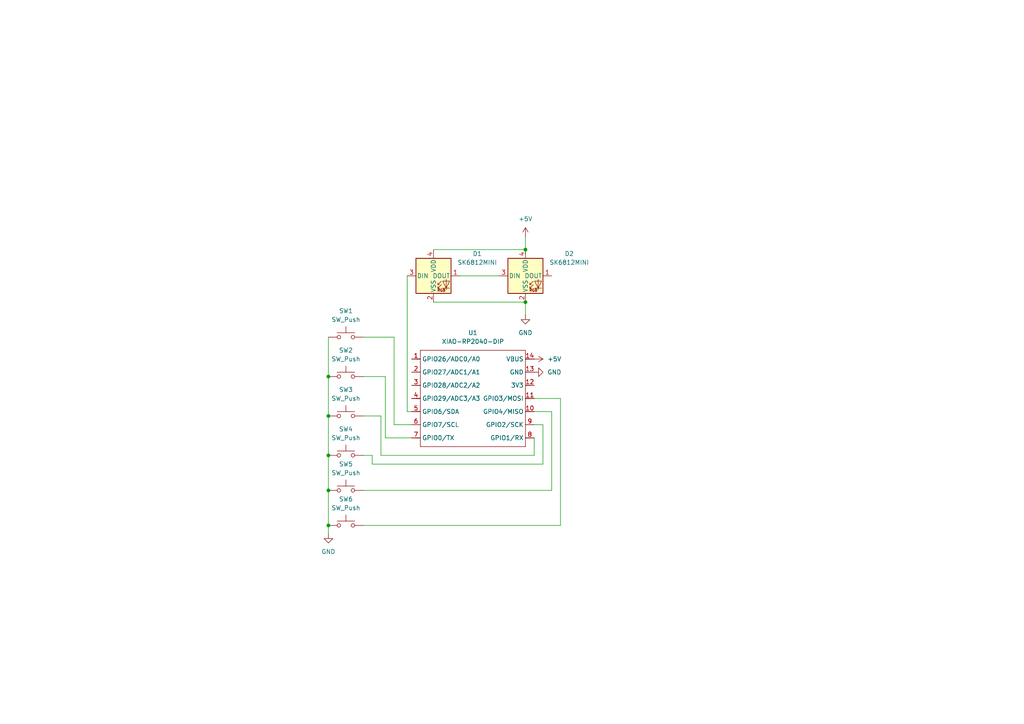
<source format=kicad_sch>
(kicad_sch
	(version 20250114)
	(generator "eeschema")
	(generator_version "9.0")
	(uuid "284df1af-e86e-4764-8164-4e72f1bbd2fb")
	(paper "A4")
	(lib_symbols
		(symbol "LED:SK6812MINI"
			(pin_names
				(offset 0.254)
			)
			(exclude_from_sim no)
			(in_bom yes)
			(on_board yes)
			(property "Reference" "D"
				(at 5.08 5.715 0)
				(effects
					(font
						(size 1.27 1.27)
					)
					(justify right bottom)
				)
			)
			(property "Value" "SK6812MINI"
				(at 1.27 -5.715 0)
				(effects
					(font
						(size 1.27 1.27)
					)
					(justify left top)
				)
			)
			(property "Footprint" "LED_SMD:LED_SK6812MINI_PLCC4_3.5x3.5mm_P1.75mm"
				(at 1.27 -7.62 0)
				(effects
					(font
						(size 1.27 1.27)
					)
					(justify left top)
					(hide yes)
				)
			)
			(property "Datasheet" "https://cdn-shop.adafruit.com/product-files/2686/SK6812MINI_REV.01-1-2.pdf"
				(at 2.54 -9.525 0)
				(effects
					(font
						(size 1.27 1.27)
					)
					(justify left top)
					(hide yes)
				)
			)
			(property "Description" "RGB LED with integrated controller"
				(at 0 0 0)
				(effects
					(font
						(size 1.27 1.27)
					)
					(hide yes)
				)
			)
			(property "ki_keywords" "RGB LED NeoPixel Mini addressable"
				(at 0 0 0)
				(effects
					(font
						(size 1.27 1.27)
					)
					(hide yes)
				)
			)
			(property "ki_fp_filters" "LED*SK6812MINI*PLCC*3.5x3.5mm*P1.75mm*"
				(at 0 0 0)
				(effects
					(font
						(size 1.27 1.27)
					)
					(hide yes)
				)
			)
			(symbol "SK6812MINI_0_0"
				(text "RGB"
					(at 2.286 -4.191 0)
					(effects
						(font
							(size 0.762 0.762)
						)
					)
				)
			)
			(symbol "SK6812MINI_0_1"
				(polyline
					(pts
						(xy 1.27 -2.54) (xy 1.778 -2.54)
					)
					(stroke
						(width 0)
						(type default)
					)
					(fill
						(type none)
					)
				)
				(polyline
					(pts
						(xy 1.27 -3.556) (xy 1.778 -3.556)
					)
					(stroke
						(width 0)
						(type default)
					)
					(fill
						(type none)
					)
				)
				(polyline
					(pts
						(xy 2.286 -1.524) (xy 1.27 -2.54) (xy 1.27 -2.032)
					)
					(stroke
						(width 0)
						(type default)
					)
					(fill
						(type none)
					)
				)
				(polyline
					(pts
						(xy 2.286 -2.54) (xy 1.27 -3.556) (xy 1.27 -3.048)
					)
					(stroke
						(width 0)
						(type default)
					)
					(fill
						(type none)
					)
				)
				(polyline
					(pts
						(xy 3.683 -1.016) (xy 3.683 -3.556) (xy 3.683 -4.064)
					)
					(stroke
						(width 0)
						(type default)
					)
					(fill
						(type none)
					)
				)
				(polyline
					(pts
						(xy 4.699 -1.524) (xy 2.667 -1.524) (xy 3.683 -3.556) (xy 4.699 -1.524)
					)
					(stroke
						(width 0)
						(type default)
					)
					(fill
						(type none)
					)
				)
				(polyline
					(pts
						(xy 4.699 -3.556) (xy 2.667 -3.556)
					)
					(stroke
						(width 0)
						(type default)
					)
					(fill
						(type none)
					)
				)
				(rectangle
					(start 5.08 5.08)
					(end -5.08 -5.08)
					(stroke
						(width 0.254)
						(type default)
					)
					(fill
						(type background)
					)
				)
			)
			(symbol "SK6812MINI_1_1"
				(pin input line
					(at -7.62 0 0)
					(length 2.54)
					(name "DIN"
						(effects
							(font
								(size 1.27 1.27)
							)
						)
					)
					(number "3"
						(effects
							(font
								(size 1.27 1.27)
							)
						)
					)
				)
				(pin power_in line
					(at 0 7.62 270)
					(length 2.54)
					(name "VDD"
						(effects
							(font
								(size 1.27 1.27)
							)
						)
					)
					(number "4"
						(effects
							(font
								(size 1.27 1.27)
							)
						)
					)
				)
				(pin power_in line
					(at 0 -7.62 90)
					(length 2.54)
					(name "VSS"
						(effects
							(font
								(size 1.27 1.27)
							)
						)
					)
					(number "2"
						(effects
							(font
								(size 1.27 1.27)
							)
						)
					)
				)
				(pin output line
					(at 7.62 0 180)
					(length 2.54)
					(name "DOUT"
						(effects
							(font
								(size 1.27 1.27)
							)
						)
					)
					(number "1"
						(effects
							(font
								(size 1.27 1.27)
							)
						)
					)
				)
			)
			(embedded_fonts no)
		)
		(symbol "OPL:XIAO-RP2040-DIP"
			(exclude_from_sim no)
			(in_bom yes)
			(on_board yes)
			(property "Reference" "U"
				(at 0 0 0)
				(effects
					(font
						(size 1.27 1.27)
					)
				)
			)
			(property "Value" "XIAO-RP2040-DIP"
				(at 5.334 -1.778 0)
				(effects
					(font
						(size 1.27 1.27)
					)
				)
			)
			(property "Footprint" "Module:MOUDLE14P-XIAO-DIP-SMD"
				(at 14.478 -32.258 0)
				(effects
					(font
						(size 1.27 1.27)
					)
					(hide yes)
				)
			)
			(property "Datasheet" ""
				(at 0 0 0)
				(effects
					(font
						(size 1.27 1.27)
					)
					(hide yes)
				)
			)
			(property "Description" ""
				(at 0 0 0)
				(effects
					(font
						(size 1.27 1.27)
					)
					(hide yes)
				)
			)
			(symbol "XIAO-RP2040-DIP_1_0"
				(polyline
					(pts
						(xy -1.27 -2.54) (xy 29.21 -2.54)
					)
					(stroke
						(width 0.1524)
						(type solid)
					)
					(fill
						(type none)
					)
				)
				(polyline
					(pts
						(xy -1.27 -5.08) (xy -2.54 -5.08)
					)
					(stroke
						(width 0.1524)
						(type solid)
					)
					(fill
						(type none)
					)
				)
				(polyline
					(pts
						(xy -1.27 -5.08) (xy -1.27 -2.54)
					)
					(stroke
						(width 0.1524)
						(type solid)
					)
					(fill
						(type none)
					)
				)
				(polyline
					(pts
						(xy -1.27 -8.89) (xy -2.54 -8.89)
					)
					(stroke
						(width 0.1524)
						(type solid)
					)
					(fill
						(type none)
					)
				)
				(polyline
					(pts
						(xy -1.27 -8.89) (xy -1.27 -5.08)
					)
					(stroke
						(width 0.1524)
						(type solid)
					)
					(fill
						(type none)
					)
				)
				(polyline
					(pts
						(xy -1.27 -12.7) (xy -2.54 -12.7)
					)
					(stroke
						(width 0.1524)
						(type solid)
					)
					(fill
						(type none)
					)
				)
				(polyline
					(pts
						(xy -1.27 -12.7) (xy -1.27 -8.89)
					)
					(stroke
						(width 0.1524)
						(type solid)
					)
					(fill
						(type none)
					)
				)
				(polyline
					(pts
						(xy -1.27 -16.51) (xy -2.54 -16.51)
					)
					(stroke
						(width 0.1524)
						(type solid)
					)
					(fill
						(type none)
					)
				)
				(polyline
					(pts
						(xy -1.27 -16.51) (xy -1.27 -12.7)
					)
					(stroke
						(width 0.1524)
						(type solid)
					)
					(fill
						(type none)
					)
				)
				(polyline
					(pts
						(xy -1.27 -20.32) (xy -2.54 -20.32)
					)
					(stroke
						(width 0.1524)
						(type solid)
					)
					(fill
						(type none)
					)
				)
				(polyline
					(pts
						(xy -1.27 -24.13) (xy -2.54 -24.13)
					)
					(stroke
						(width 0.1524)
						(type solid)
					)
					(fill
						(type none)
					)
				)
				(polyline
					(pts
						(xy -1.27 -27.94) (xy -2.54 -27.94)
					)
					(stroke
						(width 0.1524)
						(type solid)
					)
					(fill
						(type none)
					)
				)
				(polyline
					(pts
						(xy -1.27 -30.48) (xy -1.27 -16.51)
					)
					(stroke
						(width 0.1524)
						(type solid)
					)
					(fill
						(type none)
					)
				)
				(polyline
					(pts
						(xy 29.21 -2.54) (xy 29.21 -5.08)
					)
					(stroke
						(width 0.1524)
						(type solid)
					)
					(fill
						(type none)
					)
				)
				(polyline
					(pts
						(xy 29.21 -5.08) (xy 29.21 -8.89)
					)
					(stroke
						(width 0.1524)
						(type solid)
					)
					(fill
						(type none)
					)
				)
				(polyline
					(pts
						(xy 29.21 -8.89) (xy 29.21 -12.7)
					)
					(stroke
						(width 0.1524)
						(type solid)
					)
					(fill
						(type none)
					)
				)
				(polyline
					(pts
						(xy 29.21 -12.7) (xy 29.21 -30.48)
					)
					(stroke
						(width 0.1524)
						(type solid)
					)
					(fill
						(type none)
					)
				)
				(polyline
					(pts
						(xy 29.21 -30.48) (xy -1.27 -30.48)
					)
					(stroke
						(width 0.1524)
						(type solid)
					)
					(fill
						(type none)
					)
				)
				(polyline
					(pts
						(xy 30.48 -5.08) (xy 29.21 -5.08)
					)
					(stroke
						(width 0.1524)
						(type solid)
					)
					(fill
						(type none)
					)
				)
				(polyline
					(pts
						(xy 30.48 -8.89) (xy 29.21 -8.89)
					)
					(stroke
						(width 0.1524)
						(type solid)
					)
					(fill
						(type none)
					)
				)
				(polyline
					(pts
						(xy 30.48 -12.7) (xy 29.21 -12.7)
					)
					(stroke
						(width 0.1524)
						(type solid)
					)
					(fill
						(type none)
					)
				)
				(polyline
					(pts
						(xy 30.48 -16.51) (xy 29.21 -16.51)
					)
					(stroke
						(width 0.1524)
						(type solid)
					)
					(fill
						(type none)
					)
				)
				(polyline
					(pts
						(xy 30.48 -20.32) (xy 29.21 -20.32)
					)
					(stroke
						(width 0.1524)
						(type solid)
					)
					(fill
						(type none)
					)
				)
				(polyline
					(pts
						(xy 30.48 -24.13) (xy 29.21 -24.13)
					)
					(stroke
						(width 0.1524)
						(type solid)
					)
					(fill
						(type none)
					)
				)
				(polyline
					(pts
						(xy 30.48 -27.94) (xy 29.21 -27.94)
					)
					(stroke
						(width 0.1524)
						(type solid)
					)
					(fill
						(type none)
					)
				)
				(pin passive line
					(at -3.81 -5.08 0)
					(length 2.54)
					(name "GPIO26/ADC0/A0"
						(effects
							(font
								(size 1.27 1.27)
							)
						)
					)
					(number "1"
						(effects
							(font
								(size 1.27 1.27)
							)
						)
					)
				)
				(pin passive line
					(at -3.81 -8.89 0)
					(length 2.54)
					(name "GPIO27/ADC1/A1"
						(effects
							(font
								(size 1.27 1.27)
							)
						)
					)
					(number "2"
						(effects
							(font
								(size 1.27 1.27)
							)
						)
					)
				)
				(pin passive line
					(at -3.81 -12.7 0)
					(length 2.54)
					(name "GPIO28/ADC2/A2"
						(effects
							(font
								(size 1.27 1.27)
							)
						)
					)
					(number "3"
						(effects
							(font
								(size 1.27 1.27)
							)
						)
					)
				)
				(pin passive line
					(at -3.81 -16.51 0)
					(length 2.54)
					(name "GPIO29/ADC3/A3"
						(effects
							(font
								(size 1.27 1.27)
							)
						)
					)
					(number "4"
						(effects
							(font
								(size 1.27 1.27)
							)
						)
					)
				)
				(pin passive line
					(at -3.81 -20.32 0)
					(length 2.54)
					(name "GPIO6/SDA"
						(effects
							(font
								(size 1.27 1.27)
							)
						)
					)
					(number "5"
						(effects
							(font
								(size 1.27 1.27)
							)
						)
					)
				)
				(pin passive line
					(at -3.81 -24.13 0)
					(length 2.54)
					(name "GPIO7/SCL"
						(effects
							(font
								(size 1.27 1.27)
							)
						)
					)
					(number "6"
						(effects
							(font
								(size 1.27 1.27)
							)
						)
					)
				)
				(pin passive line
					(at -3.81 -27.94 0)
					(length 2.54)
					(name "GPIO0/TX"
						(effects
							(font
								(size 1.27 1.27)
							)
						)
					)
					(number "7"
						(effects
							(font
								(size 1.27 1.27)
							)
						)
					)
				)
				(pin passive line
					(at 31.75 -5.08 180)
					(length 2.54)
					(name "VBUS"
						(effects
							(font
								(size 1.27 1.27)
							)
						)
					)
					(number "14"
						(effects
							(font
								(size 1.27 1.27)
							)
						)
					)
				)
				(pin passive line
					(at 31.75 -8.89 180)
					(length 2.54)
					(name "GND"
						(effects
							(font
								(size 1.27 1.27)
							)
						)
					)
					(number "13"
						(effects
							(font
								(size 1.27 1.27)
							)
						)
					)
				)
				(pin passive line
					(at 31.75 -12.7 180)
					(length 2.54)
					(name "3V3"
						(effects
							(font
								(size 1.27 1.27)
							)
						)
					)
					(number "12"
						(effects
							(font
								(size 1.27 1.27)
							)
						)
					)
				)
				(pin passive line
					(at 31.75 -16.51 180)
					(length 2.54)
					(name "GPIO3/MOSI"
						(effects
							(font
								(size 1.27 1.27)
							)
						)
					)
					(number "11"
						(effects
							(font
								(size 1.27 1.27)
							)
						)
					)
				)
				(pin passive line
					(at 31.75 -20.32 180)
					(length 2.54)
					(name "GPIO4/MISO"
						(effects
							(font
								(size 1.27 1.27)
							)
						)
					)
					(number "10"
						(effects
							(font
								(size 1.27 1.27)
							)
						)
					)
				)
				(pin passive line
					(at 31.75 -24.13 180)
					(length 2.54)
					(name "GPIO2/SCK"
						(effects
							(font
								(size 1.27 1.27)
							)
						)
					)
					(number "9"
						(effects
							(font
								(size 1.27 1.27)
							)
						)
					)
				)
				(pin passive line
					(at 31.75 -27.94 180)
					(length 2.54)
					(name "GPIO1/RX"
						(effects
							(font
								(size 1.27 1.27)
							)
						)
					)
					(number "8"
						(effects
							(font
								(size 1.27 1.27)
							)
						)
					)
				)
			)
			(embedded_fonts no)
		)
		(symbol "Switch:SW_Push"
			(pin_numbers
				(hide yes)
			)
			(pin_names
				(offset 1.016)
				(hide yes)
			)
			(exclude_from_sim no)
			(in_bom yes)
			(on_board yes)
			(property "Reference" "SW"
				(at 1.27 2.54 0)
				(effects
					(font
						(size 1.27 1.27)
					)
					(justify left)
				)
			)
			(property "Value" "SW_Push"
				(at 0 -1.524 0)
				(effects
					(font
						(size 1.27 1.27)
					)
				)
			)
			(property "Footprint" ""
				(at 0 5.08 0)
				(effects
					(font
						(size 1.27 1.27)
					)
					(hide yes)
				)
			)
			(property "Datasheet" "~"
				(at 0 5.08 0)
				(effects
					(font
						(size 1.27 1.27)
					)
					(hide yes)
				)
			)
			(property "Description" "Push button switch, generic, two pins"
				(at 0 0 0)
				(effects
					(font
						(size 1.27 1.27)
					)
					(hide yes)
				)
			)
			(property "ki_keywords" "switch normally-open pushbutton push-button"
				(at 0 0 0)
				(effects
					(font
						(size 1.27 1.27)
					)
					(hide yes)
				)
			)
			(symbol "SW_Push_0_1"
				(circle
					(center -2.032 0)
					(radius 0.508)
					(stroke
						(width 0)
						(type default)
					)
					(fill
						(type none)
					)
				)
				(polyline
					(pts
						(xy 0 1.27) (xy 0 3.048)
					)
					(stroke
						(width 0)
						(type default)
					)
					(fill
						(type none)
					)
				)
				(circle
					(center 2.032 0)
					(radius 0.508)
					(stroke
						(width 0)
						(type default)
					)
					(fill
						(type none)
					)
				)
				(polyline
					(pts
						(xy 2.54 1.27) (xy -2.54 1.27)
					)
					(stroke
						(width 0)
						(type default)
					)
					(fill
						(type none)
					)
				)
				(pin passive line
					(at -5.08 0 0)
					(length 2.54)
					(name "1"
						(effects
							(font
								(size 1.27 1.27)
							)
						)
					)
					(number "1"
						(effects
							(font
								(size 1.27 1.27)
							)
						)
					)
				)
				(pin passive line
					(at 5.08 0 180)
					(length 2.54)
					(name "2"
						(effects
							(font
								(size 1.27 1.27)
							)
						)
					)
					(number "2"
						(effects
							(font
								(size 1.27 1.27)
							)
						)
					)
				)
			)
			(embedded_fonts no)
		)
		(symbol "power:+5V"
			(power)
			(pin_numbers
				(hide yes)
			)
			(pin_names
				(offset 0)
				(hide yes)
			)
			(exclude_from_sim no)
			(in_bom yes)
			(on_board yes)
			(property "Reference" "#PWR"
				(at 0 -3.81 0)
				(effects
					(font
						(size 1.27 1.27)
					)
					(hide yes)
				)
			)
			(property "Value" "+5V"
				(at 0 3.556 0)
				(effects
					(font
						(size 1.27 1.27)
					)
				)
			)
			(property "Footprint" ""
				(at 0 0 0)
				(effects
					(font
						(size 1.27 1.27)
					)
					(hide yes)
				)
			)
			(property "Datasheet" ""
				(at 0 0 0)
				(effects
					(font
						(size 1.27 1.27)
					)
					(hide yes)
				)
			)
			(property "Description" "Power symbol creates a global label with name \"+5V\""
				(at 0 0 0)
				(effects
					(font
						(size 1.27 1.27)
					)
					(hide yes)
				)
			)
			(property "ki_keywords" "global power"
				(at 0 0 0)
				(effects
					(font
						(size 1.27 1.27)
					)
					(hide yes)
				)
			)
			(symbol "+5V_0_1"
				(polyline
					(pts
						(xy -0.762 1.27) (xy 0 2.54)
					)
					(stroke
						(width 0)
						(type default)
					)
					(fill
						(type none)
					)
				)
				(polyline
					(pts
						(xy 0 2.54) (xy 0.762 1.27)
					)
					(stroke
						(width 0)
						(type default)
					)
					(fill
						(type none)
					)
				)
				(polyline
					(pts
						(xy 0 0) (xy 0 2.54)
					)
					(stroke
						(width 0)
						(type default)
					)
					(fill
						(type none)
					)
				)
			)
			(symbol "+5V_1_1"
				(pin power_in line
					(at 0 0 90)
					(length 0)
					(name "~"
						(effects
							(font
								(size 1.27 1.27)
							)
						)
					)
					(number "1"
						(effects
							(font
								(size 1.27 1.27)
							)
						)
					)
				)
			)
			(embedded_fonts no)
		)
		(symbol "power:GND"
			(power)
			(pin_numbers
				(hide yes)
			)
			(pin_names
				(offset 0)
				(hide yes)
			)
			(exclude_from_sim no)
			(in_bom yes)
			(on_board yes)
			(property "Reference" "#PWR"
				(at 0 -6.35 0)
				(effects
					(font
						(size 1.27 1.27)
					)
					(hide yes)
				)
			)
			(property "Value" "GND"
				(at 0 -3.81 0)
				(effects
					(font
						(size 1.27 1.27)
					)
				)
			)
			(property "Footprint" ""
				(at 0 0 0)
				(effects
					(font
						(size 1.27 1.27)
					)
					(hide yes)
				)
			)
			(property "Datasheet" ""
				(at 0 0 0)
				(effects
					(font
						(size 1.27 1.27)
					)
					(hide yes)
				)
			)
			(property "Description" "Power symbol creates a global label with name \"GND\" , ground"
				(at 0 0 0)
				(effects
					(font
						(size 1.27 1.27)
					)
					(hide yes)
				)
			)
			(property "ki_keywords" "global power"
				(at 0 0 0)
				(effects
					(font
						(size 1.27 1.27)
					)
					(hide yes)
				)
			)
			(symbol "GND_0_1"
				(polyline
					(pts
						(xy 0 0) (xy 0 -1.27) (xy 1.27 -1.27) (xy 0 -2.54) (xy -1.27 -1.27) (xy 0 -1.27)
					)
					(stroke
						(width 0)
						(type default)
					)
					(fill
						(type none)
					)
				)
			)
			(symbol "GND_1_1"
				(pin power_in line
					(at 0 0 270)
					(length 0)
					(name "~"
						(effects
							(font
								(size 1.27 1.27)
							)
						)
					)
					(number "1"
						(effects
							(font
								(size 1.27 1.27)
							)
						)
					)
				)
			)
			(embedded_fonts no)
		)
	)
	(junction
		(at 152.4 72.39)
		(diameter 0)
		(color 0 0 0 0)
		(uuid "2229de21-bb05-4b41-bfd6-4691d6bcda99")
	)
	(junction
		(at 95.25 152.4)
		(diameter 0)
		(color 0 0 0 0)
		(uuid "26811b99-527b-4554-936e-49b4c673c528")
	)
	(junction
		(at 95.25 132.08)
		(diameter 0)
		(color 0 0 0 0)
		(uuid "2895d3e6-8f45-46e8-a521-1d90f3ccf7b0")
	)
	(junction
		(at 95.25 109.22)
		(diameter 0)
		(color 0 0 0 0)
		(uuid "680d8087-a25a-446d-9f0c-3607c27506f9")
	)
	(junction
		(at 95.25 120.65)
		(diameter 0)
		(color 0 0 0 0)
		(uuid "b1cbb024-9f8f-4c0a-9002-6d8e0b934313")
	)
	(junction
		(at 95.25 142.24)
		(diameter 0)
		(color 0 0 0 0)
		(uuid "d251c433-9053-4488-8c58-2c39edc4d140")
	)
	(junction
		(at 152.4 87.63)
		(diameter 0)
		(color 0 0 0 0)
		(uuid "f768857f-55a5-432f-9142-b709498de2e0")
	)
	(wire
		(pts
			(xy 152.4 68.58) (xy 152.4 72.39)
		)
		(stroke
			(width 0)
			(type default)
		)
		(uuid "01c7515e-4164-438a-b208-ffb5efcd4186")
	)
	(wire
		(pts
			(xy 110.49 120.65) (xy 110.49 132.08)
		)
		(stroke
			(width 0)
			(type default)
		)
		(uuid "068f758b-c231-4230-9199-0b52b5a2789d")
	)
	(wire
		(pts
			(xy 105.41 152.4) (xy 162.56 152.4)
		)
		(stroke
			(width 0)
			(type default)
		)
		(uuid "0cb42430-5720-4391-9eeb-f1682a937d63")
	)
	(wire
		(pts
			(xy 160.02 119.38) (xy 154.94 119.38)
		)
		(stroke
			(width 0)
			(type default)
		)
		(uuid "14f1560e-5a51-4abe-8f11-db590753694f")
	)
	(wire
		(pts
			(xy 118.11 119.38) (xy 119.38 119.38)
		)
		(stroke
			(width 0)
			(type default)
		)
		(uuid "36e5cd94-c8bc-4134-b7e1-3d132f4ad12c")
	)
	(wire
		(pts
			(xy 95.25 152.4) (xy 95.25 154.94)
		)
		(stroke
			(width 0)
			(type default)
		)
		(uuid "3977e562-c1f6-4786-b543-ddcc0772879c")
	)
	(wire
		(pts
			(xy 107.95 134.62) (xy 157.48 134.62)
		)
		(stroke
			(width 0)
			(type default)
		)
		(uuid "44ad5a82-52ee-408a-bbc7-7f0998b8efa3")
	)
	(wire
		(pts
			(xy 95.25 132.08) (xy 95.25 142.24)
		)
		(stroke
			(width 0)
			(type default)
		)
		(uuid "452587d4-22a7-45e3-acad-06660ce86d05")
	)
	(wire
		(pts
			(xy 111.76 109.22) (xy 111.76 127)
		)
		(stroke
			(width 0)
			(type default)
		)
		(uuid "4da83abe-1af0-4c4d-8cfb-0a4e24713a23")
	)
	(wire
		(pts
			(xy 95.25 109.22) (xy 95.25 120.65)
		)
		(stroke
			(width 0)
			(type default)
		)
		(uuid "561f5e97-6c31-440f-950a-76a2ba3f28af")
	)
	(wire
		(pts
			(xy 95.25 97.79) (xy 95.25 109.22)
		)
		(stroke
			(width 0)
			(type default)
		)
		(uuid "629c253f-e7f6-40b5-818a-7b9dcafff826")
	)
	(wire
		(pts
			(xy 157.48 123.19) (xy 154.94 123.19)
		)
		(stroke
			(width 0)
			(type default)
		)
		(uuid "65fe1aef-d0a8-4bee-9cd1-bc8fbff845dc")
	)
	(wire
		(pts
			(xy 125.73 72.39) (xy 152.4 72.39)
		)
		(stroke
			(width 0)
			(type default)
		)
		(uuid "6a15e619-4aba-4884-984e-c68ad03513ab")
	)
	(wire
		(pts
			(xy 154.94 132.08) (xy 154.94 127)
		)
		(stroke
			(width 0)
			(type default)
		)
		(uuid "6c0fa682-adc6-406e-85ee-71735c3bb220")
	)
	(wire
		(pts
			(xy 105.41 97.79) (xy 114.3 97.79)
		)
		(stroke
			(width 0)
			(type default)
		)
		(uuid "6dafce9f-35d5-4591-85fe-4c728bf180d9")
	)
	(wire
		(pts
			(xy 95.25 142.24) (xy 95.25 152.4)
		)
		(stroke
			(width 0)
			(type default)
		)
		(uuid "78a7a3c3-0f33-4e14-b2bf-930668b3441a")
	)
	(wire
		(pts
			(xy 125.73 87.63) (xy 152.4 87.63)
		)
		(stroke
			(width 0)
			(type default)
		)
		(uuid "7b3f3d35-03a1-4fff-af84-a21b8810cc5a")
	)
	(wire
		(pts
			(xy 105.41 120.65) (xy 110.49 120.65)
		)
		(stroke
			(width 0)
			(type default)
		)
		(uuid "878fb2b9-25af-4c15-9b2d-38d52a252346")
	)
	(wire
		(pts
			(xy 114.3 97.79) (xy 114.3 123.19)
		)
		(stroke
			(width 0)
			(type default)
		)
		(uuid "88d03239-7e8e-4078-aab5-448aaed89620")
	)
	(wire
		(pts
			(xy 152.4 72.39) (xy 152.4 73.66)
		)
		(stroke
			(width 0)
			(type default)
		)
		(uuid "92ab6ff3-a09f-4ade-89d7-dc05b9ce998d")
	)
	(wire
		(pts
			(xy 105.41 142.24) (xy 160.02 142.24)
		)
		(stroke
			(width 0)
			(type default)
		)
		(uuid "92e76413-cca1-4efa-acaa-11e0872f2dcc")
	)
	(wire
		(pts
			(xy 111.76 127) (xy 119.38 127)
		)
		(stroke
			(width 0)
			(type default)
		)
		(uuid "9338591c-72fd-418d-8834-91db7870cbee")
	)
	(wire
		(pts
			(xy 160.02 142.24) (xy 160.02 119.38)
		)
		(stroke
			(width 0)
			(type default)
		)
		(uuid "9948e384-18a8-401b-b6a6-adc2b284d643")
	)
	(wire
		(pts
			(xy 114.3 123.19) (xy 119.38 123.19)
		)
		(stroke
			(width 0)
			(type default)
		)
		(uuid "a0ef3725-beb8-4303-b079-947a2d73ce3d")
	)
	(wire
		(pts
			(xy 133.35 80.01) (xy 144.78 80.01)
		)
		(stroke
			(width 0)
			(type default)
		)
		(uuid "aa364f2e-9a17-42b0-aa3d-0922ce0ef11b")
	)
	(wire
		(pts
			(xy 107.95 132.08) (xy 105.41 132.08)
		)
		(stroke
			(width 0)
			(type default)
		)
		(uuid "b2580bf4-23ed-467f-8d2a-c5c9020c63f5")
	)
	(wire
		(pts
			(xy 95.25 120.65) (xy 95.25 132.08)
		)
		(stroke
			(width 0)
			(type default)
		)
		(uuid "bc21bfe3-663a-4cc0-afca-c4f1bee659d6")
	)
	(wire
		(pts
			(xy 118.11 80.01) (xy 118.11 119.38)
		)
		(stroke
			(width 0)
			(type default)
		)
		(uuid "c0df6526-4045-460f-9dfa-d2a8f5959d60")
	)
	(wire
		(pts
			(xy 105.41 109.22) (xy 111.76 109.22)
		)
		(stroke
			(width 0)
			(type default)
		)
		(uuid "d05027e5-2b8f-46ef-b578-3893307ddb8f")
	)
	(wire
		(pts
			(xy 107.95 132.08) (xy 107.95 134.62)
		)
		(stroke
			(width 0)
			(type default)
		)
		(uuid "d55b9ae0-2648-422b-9036-c0e257b87421")
	)
	(wire
		(pts
			(xy 162.56 152.4) (xy 162.56 115.57)
		)
		(stroke
			(width 0)
			(type default)
		)
		(uuid "d78c54ad-59ea-4e80-b54a-fa1b9a95fec7")
	)
	(wire
		(pts
			(xy 157.48 134.62) (xy 157.48 123.19)
		)
		(stroke
			(width 0)
			(type default)
		)
		(uuid "e080ffa8-dcf6-4aa0-9848-86a61539c042")
	)
	(wire
		(pts
			(xy 162.56 115.57) (xy 154.94 115.57)
		)
		(stroke
			(width 0)
			(type default)
		)
		(uuid "e326be68-b167-4009-ae05-e0a9046e4fa8")
	)
	(wire
		(pts
			(xy 152.4 87.63) (xy 152.4 91.44)
		)
		(stroke
			(width 0)
			(type default)
		)
		(uuid "f1abf432-b86b-4637-b885-6603e96d2b67")
	)
	(wire
		(pts
			(xy 110.49 132.08) (xy 154.94 132.08)
		)
		(stroke
			(width 0)
			(type default)
		)
		(uuid "f8ad701a-0dd0-426d-9123-7261518e3b35")
	)
	(symbol
		(lib_id "power:GND")
		(at 95.25 154.94 0)
		(unit 1)
		(exclude_from_sim no)
		(in_bom yes)
		(on_board yes)
		(dnp no)
		(fields_autoplaced yes)
		(uuid "32e7475e-c2ee-4e1e-b986-1f5ccf029c6f")
		(property "Reference" "#PWR01"
			(at 95.25 161.29 0)
			(effects
				(font
					(size 1.27 1.27)
				)
				(hide yes)
			)
		)
		(property "Value" "GND"
			(at 95.25 160.02 0)
			(effects
				(font
					(size 1.27 1.27)
				)
			)
		)
		(property "Footprint" ""
			(at 95.25 154.94 0)
			(effects
				(font
					(size 1.27 1.27)
				)
				(hide yes)
			)
		)
		(property "Datasheet" ""
			(at 95.25 154.94 0)
			(effects
				(font
					(size 1.27 1.27)
				)
				(hide yes)
			)
		)
		(property "Description" "Power symbol creates a global label with name \"GND\" , ground"
			(at 95.25 154.94 0)
			(effects
				(font
					(size 1.27 1.27)
				)
				(hide yes)
			)
		)
		(pin "1"
			(uuid "8678250b-f107-4130-ab67-b8495c69a460")
		)
		(instances
			(project ""
				(path "/284df1af-e86e-4764-8164-4e72f1bbd2fb"
					(reference "#PWR01")
					(unit 1)
				)
			)
		)
	)
	(symbol
		(lib_id "Switch:SW_Push")
		(at 100.33 97.79 0)
		(unit 1)
		(exclude_from_sim no)
		(in_bom yes)
		(on_board yes)
		(dnp no)
		(uuid "3d7ef542-7959-47f5-99d9-3a3607a49f2d")
		(property "Reference" "SW1"
			(at 100.33 90.17 0)
			(effects
				(font
					(size 1.27 1.27)
				)
			)
		)
		(property "Value" "SW_Push"
			(at 100.33 92.71 0)
			(effects
				(font
					(size 1.27 1.27)
				)
			)
		)
		(property "Footprint" "Button_Switch_Keyboard:SW_Cherry_MX_1.00u_PCB"
			(at 100.33 92.71 0)
			(effects
				(font
					(size 1.27 1.27)
				)
				(hide yes)
			)
		)
		(property "Datasheet" "~"
			(at 100.33 92.71 0)
			(effects
				(font
					(size 1.27 1.27)
				)
				(hide yes)
			)
		)
		(property "Description" "Push button switch, generic, two pins"
			(at 100.33 97.79 0)
			(effects
				(font
					(size 1.27 1.27)
				)
				(hide yes)
			)
		)
		(pin "2"
			(uuid "deeecd74-4940-4b18-a7d5-4fd8d7c76ca8")
		)
		(pin "1"
			(uuid "c4c0ba61-12f4-4ed3-9188-b96b22b2fabd")
		)
		(instances
			(project ""
				(path "/284df1af-e86e-4764-8164-4e72f1bbd2fb"
					(reference "SW1")
					(unit 1)
				)
			)
		)
	)
	(symbol
		(lib_id "Switch:SW_Push")
		(at 100.33 132.08 0)
		(unit 1)
		(exclude_from_sim no)
		(in_bom yes)
		(on_board yes)
		(dnp no)
		(fields_autoplaced yes)
		(uuid "41cf4efc-d42f-4603-8634-8a09a4580809")
		(property "Reference" "SW4"
			(at 100.33 124.46 0)
			(effects
				(font
					(size 1.27 1.27)
				)
			)
		)
		(property "Value" "SW_Push"
			(at 100.33 127 0)
			(effects
				(font
					(size 1.27 1.27)
				)
			)
		)
		(property "Footprint" "Button_Switch_Keyboard:SW_Cherry_MX_1.00u_PCB"
			(at 100.33 127 0)
			(effects
				(font
					(size 1.27 1.27)
				)
				(hide yes)
			)
		)
		(property "Datasheet" "~"
			(at 100.33 127 0)
			(effects
				(font
					(size 1.27 1.27)
				)
				(hide yes)
			)
		)
		(property "Description" "Push button switch, generic, two pins"
			(at 100.33 132.08 0)
			(effects
				(font
					(size 1.27 1.27)
				)
				(hide yes)
			)
		)
		(pin "2"
			(uuid "22260745-e202-44ea-acc9-6b590316a056")
		)
		(pin "1"
			(uuid "ab01ab9f-2008-4366-870f-804833590a90")
		)
		(instances
			(project ""
				(path "/284df1af-e86e-4764-8164-4e72f1bbd2fb"
					(reference "SW4")
					(unit 1)
				)
			)
		)
	)
	(symbol
		(lib_id "Switch:SW_Push")
		(at 100.33 152.4 0)
		(unit 1)
		(exclude_from_sim no)
		(in_bom yes)
		(on_board yes)
		(dnp no)
		(fields_autoplaced yes)
		(uuid "525935f9-cab2-4785-a7f0-d8c9ee2fb587")
		(property "Reference" "SW6"
			(at 100.33 144.78 0)
			(effects
				(font
					(size 1.27 1.27)
				)
			)
		)
		(property "Value" "SW_Push"
			(at 100.33 147.32 0)
			(effects
				(font
					(size 1.27 1.27)
				)
			)
		)
		(property "Footprint" "Button_Switch_Keyboard:SW_Cherry_MX_1.00u_PCB"
			(at 100.33 147.32 0)
			(effects
				(font
					(size 1.27 1.27)
				)
				(hide yes)
			)
		)
		(property "Datasheet" "~"
			(at 100.33 147.32 0)
			(effects
				(font
					(size 1.27 1.27)
				)
				(hide yes)
			)
		)
		(property "Description" "Push button switch, generic, two pins"
			(at 100.33 152.4 0)
			(effects
				(font
					(size 1.27 1.27)
				)
				(hide yes)
			)
		)
		(pin "1"
			(uuid "52915ac6-932d-40e7-a3bc-8974d43716fa")
		)
		(pin "2"
			(uuid "ad9a2c89-7eb9-489b-bd22-883649f8e344")
		)
		(instances
			(project ""
				(path "/284df1af-e86e-4764-8164-4e72f1bbd2fb"
					(reference "SW6")
					(unit 1)
				)
			)
		)
	)
	(symbol
		(lib_id "Switch:SW_Push")
		(at 100.33 142.24 0)
		(unit 1)
		(exclude_from_sim no)
		(in_bom yes)
		(on_board yes)
		(dnp no)
		(fields_autoplaced yes)
		(uuid "53e92a5c-5a22-4067-bea2-ce130afe8977")
		(property "Reference" "SW5"
			(at 100.33 134.62 0)
			(effects
				(font
					(size 1.27 1.27)
				)
			)
		)
		(property "Value" "SW_Push"
			(at 100.33 137.16 0)
			(effects
				(font
					(size 1.27 1.27)
				)
			)
		)
		(property "Footprint" "Button_Switch_Keyboard:SW_Cherry_MX_1.00u_PCB"
			(at 100.33 137.16 0)
			(effects
				(font
					(size 1.27 1.27)
				)
				(hide yes)
			)
		)
		(property "Datasheet" "~"
			(at 100.33 137.16 0)
			(effects
				(font
					(size 1.27 1.27)
				)
				(hide yes)
			)
		)
		(property "Description" "Push button switch, generic, two pins"
			(at 100.33 142.24 0)
			(effects
				(font
					(size 1.27 1.27)
				)
				(hide yes)
			)
		)
		(pin "2"
			(uuid "04283b97-7459-4081-ac7c-ae3bee264a2d")
		)
		(pin "1"
			(uuid "ed3b86ce-68f8-46e1-8beb-a15d4bd5c92a")
		)
		(instances
			(project ""
				(path "/284df1af-e86e-4764-8164-4e72f1bbd2fb"
					(reference "SW5")
					(unit 1)
				)
			)
		)
	)
	(symbol
		(lib_id "Switch:SW_Push")
		(at 100.33 120.65 0)
		(unit 1)
		(exclude_from_sim no)
		(in_bom yes)
		(on_board yes)
		(dnp no)
		(fields_autoplaced yes)
		(uuid "5c0eff80-cfb0-45bc-ada6-0ba3e243c173")
		(property "Reference" "SW3"
			(at 100.33 113.03 0)
			(effects
				(font
					(size 1.27 1.27)
				)
			)
		)
		(property "Value" "SW_Push"
			(at 100.33 115.57 0)
			(effects
				(font
					(size 1.27 1.27)
				)
			)
		)
		(property "Footprint" "Button_Switch_Keyboard:SW_Cherry_MX_1.00u_PCB"
			(at 100.33 115.57 0)
			(effects
				(font
					(size 1.27 1.27)
				)
				(hide yes)
			)
		)
		(property "Datasheet" "~"
			(at 100.33 115.57 0)
			(effects
				(font
					(size 1.27 1.27)
				)
				(hide yes)
			)
		)
		(property "Description" "Push button switch, generic, two pins"
			(at 100.33 120.65 0)
			(effects
				(font
					(size 1.27 1.27)
				)
				(hide yes)
			)
		)
		(pin "2"
			(uuid "2462f4f1-e134-4a34-b2a0-95f069b933a3")
		)
		(pin "1"
			(uuid "da519e8a-1f2d-4aa5-bace-24d97724c309")
		)
		(instances
			(project ""
				(path "/284df1af-e86e-4764-8164-4e72f1bbd2fb"
					(reference "SW3")
					(unit 1)
				)
			)
		)
	)
	(symbol
		(lib_id "LED:SK6812MINI")
		(at 125.73 80.01 0)
		(unit 1)
		(exclude_from_sim no)
		(in_bom yes)
		(on_board yes)
		(dnp no)
		(fields_autoplaced yes)
		(uuid "65d3393f-e79d-471b-b39b-93530fc14ad2")
		(property "Reference" "D1"
			(at 138.43 73.5898 0)
			(effects
				(font
					(size 1.27 1.27)
				)
			)
		)
		(property "Value" "SK6812MINI"
			(at 138.43 76.1298 0)
			(effects
				(font
					(size 1.27 1.27)
				)
			)
		)
		(property "Footprint" "LED_SMD:LED_SK6812MINI_PLCC4_3.5x3.5mm_P1.75mm"
			(at 127 87.63 0)
			(effects
				(font
					(size 1.27 1.27)
				)
				(justify left top)
				(hide yes)
			)
		)
		(property "Datasheet" "https://cdn-shop.adafruit.com/product-files/2686/SK6812MINI_REV.01-1-2.pdf"
			(at 128.27 89.535 0)
			(effects
				(font
					(size 1.27 1.27)
				)
				(justify left top)
				(hide yes)
			)
		)
		(property "Description" "RGB LED with integrated controller"
			(at 125.73 80.01 0)
			(effects
				(font
					(size 1.27 1.27)
				)
				(hide yes)
			)
		)
		(pin "3"
			(uuid "b7a9ab5a-3333-46c6-857e-3f3a18222e90")
		)
		(pin "2"
			(uuid "376fc1a9-e35e-4be1-bdb0-ba38252e7122")
		)
		(pin "1"
			(uuid "d0410898-ebf4-4d66-afba-b712f79c2447")
		)
		(pin "4"
			(uuid "d362a47e-23ea-47d9-bd40-01da7082c557")
		)
		(instances
			(project ""
				(path "/284df1af-e86e-4764-8164-4e72f1bbd2fb"
					(reference "D1")
					(unit 1)
				)
			)
		)
	)
	(symbol
		(lib_id "power:GND")
		(at 154.94 107.95 90)
		(unit 1)
		(exclude_from_sim no)
		(in_bom yes)
		(on_board yes)
		(dnp no)
		(fields_autoplaced yes)
		(uuid "9d33b797-99b4-49fd-b378-6f7d173449be")
		(property "Reference" "#PWR05"
			(at 161.29 107.95 0)
			(effects
				(font
					(size 1.27 1.27)
				)
				(hide yes)
			)
		)
		(property "Value" "GND"
			(at 158.75 107.9499 90)
			(effects
				(font
					(size 1.27 1.27)
				)
				(justify right)
			)
		)
		(property "Footprint" ""
			(at 154.94 107.95 0)
			(effects
				(font
					(size 1.27 1.27)
				)
				(hide yes)
			)
		)
		(property "Datasheet" ""
			(at 154.94 107.95 0)
			(effects
				(font
					(size 1.27 1.27)
				)
				(hide yes)
			)
		)
		(property "Description" "Power symbol creates a global label with name \"GND\" , ground"
			(at 154.94 107.95 0)
			(effects
				(font
					(size 1.27 1.27)
				)
				(hide yes)
			)
		)
		(pin "1"
			(uuid "4e799b17-6fda-4216-a268-b522d0f5a35d")
		)
		(instances
			(project ""
				(path "/284df1af-e86e-4764-8164-4e72f1bbd2fb"
					(reference "#PWR05")
					(unit 1)
				)
			)
		)
	)
	(symbol
		(lib_id "power:GND")
		(at 152.4 91.44 0)
		(unit 1)
		(exclude_from_sim no)
		(in_bom yes)
		(on_board yes)
		(dnp no)
		(fields_autoplaced yes)
		(uuid "b65b8252-4e2e-4afb-ae42-c8b0ee5a743a")
		(property "Reference" "#PWR02"
			(at 152.4 97.79 0)
			(effects
				(font
					(size 1.27 1.27)
				)
				(hide yes)
			)
		)
		(property "Value" "GND"
			(at 152.4 96.52 0)
			(effects
				(font
					(size 1.27 1.27)
				)
			)
		)
		(property "Footprint" ""
			(at 152.4 91.44 0)
			(effects
				(font
					(size 1.27 1.27)
				)
				(hide yes)
			)
		)
		(property "Datasheet" ""
			(at 152.4 91.44 0)
			(effects
				(font
					(size 1.27 1.27)
				)
				(hide yes)
			)
		)
		(property "Description" "Power symbol creates a global label with name \"GND\" , ground"
			(at 152.4 91.44 0)
			(effects
				(font
					(size 1.27 1.27)
				)
				(hide yes)
			)
		)
		(pin "1"
			(uuid "5f37c916-3e21-4d8a-90dd-84ce963bbe3a")
		)
		(instances
			(project ""
				(path "/284df1af-e86e-4764-8164-4e72f1bbd2fb"
					(reference "#PWR02")
					(unit 1)
				)
			)
		)
	)
	(symbol
		(lib_id "OPL:XIAO-RP2040-DIP")
		(at 123.19 99.06 0)
		(unit 1)
		(exclude_from_sim no)
		(in_bom yes)
		(on_board yes)
		(dnp no)
		(fields_autoplaced yes)
		(uuid "ba70cd41-b608-4a67-acff-cc9654dc1ad4")
		(property "Reference" "U1"
			(at 137.16 96.52 0)
			(effects
				(font
					(size 1.27 1.27)
				)
			)
		)
		(property "Value" "XIAO-RP2040-DIP"
			(at 137.16 99.06 0)
			(effects
				(font
					(size 1.27 1.27)
				)
			)
		)
		(property "Footprint" "OPL:XIAO-RP2040-DIP"
			(at 137.668 131.318 0)
			(effects
				(font
					(size 1.27 1.27)
				)
				(hide yes)
			)
		)
		(property "Datasheet" ""
			(at 123.19 99.06 0)
			(effects
				(font
					(size 1.27 1.27)
				)
				(hide yes)
			)
		)
		(property "Description" ""
			(at 123.19 99.06 0)
			(effects
				(font
					(size 1.27 1.27)
				)
				(hide yes)
			)
		)
		(pin "12"
			(uuid "a8992c51-e82a-4229-ab0c-594c946d68c3")
		)
		(pin "9"
			(uuid "91fe6139-afb1-4ec3-b00d-bee3feb35e2e")
		)
		(pin "5"
			(uuid "89f513b6-2923-4272-844e-ad8bb5f0fdca")
		)
		(pin "1"
			(uuid "48fc94e7-6cbd-4d86-8d37-6ccef6cbb3bd")
		)
		(pin "11"
			(uuid "791e0bcd-070a-4096-8b0b-283d408eace8")
		)
		(pin "7"
			(uuid "95b63013-e698-4f6e-9de7-341a91d80e5b")
		)
		(pin "4"
			(uuid "171ec989-12e5-4425-8ce3-40b2201c1618")
		)
		(pin "2"
			(uuid "0aff2be2-c8cd-408b-b428-905ee55af003")
		)
		(pin "3"
			(uuid "869f24b3-32ad-4fbe-bc91-746996f05a91")
		)
		(pin "6"
			(uuid "4e2ef11e-f851-4dd2-85bc-777746d41872")
		)
		(pin "14"
			(uuid "7490af2b-4e0c-49d4-be3a-9d2032bd4ff7")
		)
		(pin "13"
			(uuid "7a57fdd4-560b-4f09-96cb-91733136d070")
		)
		(pin "10"
			(uuid "84e2533e-0024-4ad1-95b4-fbf92687a4e9")
		)
		(pin "8"
			(uuid "669dc21c-10f9-440c-8030-f54c6e18501c")
		)
		(instances
			(project ""
				(path "/284df1af-e86e-4764-8164-4e72f1bbd2fb"
					(reference "U1")
					(unit 1)
				)
			)
		)
	)
	(symbol
		(lib_id "Switch:SW_Push")
		(at 100.33 109.22 0)
		(unit 1)
		(exclude_from_sim no)
		(in_bom yes)
		(on_board yes)
		(dnp no)
		(fields_autoplaced yes)
		(uuid "c326726f-1fb3-422b-bfe0-fc79c5901feb")
		(property "Reference" "SW2"
			(at 100.33 101.6 0)
			(effects
				(font
					(size 1.27 1.27)
				)
			)
		)
		(property "Value" "SW_Push"
			(at 100.33 104.14 0)
			(effects
				(font
					(size 1.27 1.27)
				)
			)
		)
		(property "Footprint" "Button_Switch_Keyboard:SW_Cherry_MX_1.00u_PCB"
			(at 100.33 104.14 0)
			(effects
				(font
					(size 1.27 1.27)
				)
				(hide yes)
			)
		)
		(property "Datasheet" "~"
			(at 100.33 104.14 0)
			(effects
				(font
					(size 1.27 1.27)
				)
				(hide yes)
			)
		)
		(property "Description" "Push button switch, generic, two pins"
			(at 100.33 109.22 0)
			(effects
				(font
					(size 1.27 1.27)
				)
				(hide yes)
			)
		)
		(pin "1"
			(uuid "adb90d2b-47e3-49a3-88a7-b042c039f0b9")
		)
		(pin "2"
			(uuid "d0ee6e8e-f522-469b-b99d-df5423917adc")
		)
		(instances
			(project ""
				(path "/284df1af-e86e-4764-8164-4e72f1bbd2fb"
					(reference "SW2")
					(unit 1)
				)
			)
		)
	)
	(symbol
		(lib_id "LED:SK6812MINI")
		(at 152.4 80.01 0)
		(unit 1)
		(exclude_from_sim no)
		(in_bom yes)
		(on_board yes)
		(dnp no)
		(fields_autoplaced yes)
		(uuid "d948de06-532c-45b4-b808-74caf6c007c5")
		(property "Reference" "D2"
			(at 165.1 73.5898 0)
			(effects
				(font
					(size 1.27 1.27)
				)
			)
		)
		(property "Value" "SK6812MINI"
			(at 165.1 76.1298 0)
			(effects
				(font
					(size 1.27 1.27)
				)
			)
		)
		(property "Footprint" "LED_SMD:LED_SK6812MINI_PLCC4_3.5x3.5mm_P1.75mm"
			(at 153.67 87.63 0)
			(effects
				(font
					(size 1.27 1.27)
				)
				(justify left top)
				(hide yes)
			)
		)
		(property "Datasheet" "https://cdn-shop.adafruit.com/product-files/2686/SK6812MINI_REV.01-1-2.pdf"
			(at 154.94 89.535 0)
			(effects
				(font
					(size 1.27 1.27)
				)
				(justify left top)
				(hide yes)
			)
		)
		(property "Description" "RGB LED with integrated controller"
			(at 152.4 80.01 0)
			(effects
				(font
					(size 1.27 1.27)
				)
				(hide yes)
			)
		)
		(pin "1"
			(uuid "66be8a77-fb82-47d3-80da-5cc89f534922")
		)
		(pin "3"
			(uuid "f6f61c59-8a56-4f97-80d5-2c48586ddbae")
		)
		(pin "4"
			(uuid "16ee068a-a080-4e2c-976c-419c1ef033c2")
		)
		(pin "2"
			(uuid "7ba01c0a-1825-47b7-94a8-a9dd7a7d32f3")
		)
		(instances
			(project ""
				(path "/284df1af-e86e-4764-8164-4e72f1bbd2fb"
					(reference "D2")
					(unit 1)
				)
			)
		)
	)
	(symbol
		(lib_id "power:+5V")
		(at 154.94 104.14 270)
		(unit 1)
		(exclude_from_sim no)
		(in_bom yes)
		(on_board yes)
		(dnp no)
		(fields_autoplaced yes)
		(uuid "e233837a-15d1-44ac-9b0a-9c02b5cea742")
		(property "Reference" "#PWR04"
			(at 151.13 104.14 0)
			(effects
				(font
					(size 1.27 1.27)
				)
				(hide yes)
			)
		)
		(property "Value" "+5V"
			(at 158.75 104.1399 90)
			(effects
				(font
					(size 1.27 1.27)
				)
				(justify left)
			)
		)
		(property "Footprint" ""
			(at 154.94 104.14 0)
			(effects
				(font
					(size 1.27 1.27)
				)
				(hide yes)
			)
		)
		(property "Datasheet" ""
			(at 154.94 104.14 0)
			(effects
				(font
					(size 1.27 1.27)
				)
				(hide yes)
			)
		)
		(property "Description" "Power symbol creates a global label with name \"+5V\""
			(at 154.94 104.14 0)
			(effects
				(font
					(size 1.27 1.27)
				)
				(hide yes)
			)
		)
		(pin "1"
			(uuid "89f26aa6-2975-4293-9ed7-b9628fe6f4b4")
		)
		(instances
			(project ""
				(path "/284df1af-e86e-4764-8164-4e72f1bbd2fb"
					(reference "#PWR04")
					(unit 1)
				)
			)
		)
	)
	(symbol
		(lib_id "power:+5V")
		(at 152.4 68.58 0)
		(unit 1)
		(exclude_from_sim no)
		(in_bom yes)
		(on_board yes)
		(dnp no)
		(fields_autoplaced yes)
		(uuid "ecf25045-2768-4c71-a68c-c32743147dc7")
		(property "Reference" "#PWR03"
			(at 152.4 72.39 0)
			(effects
				(font
					(size 1.27 1.27)
				)
				(hide yes)
			)
		)
		(property "Value" "+5V"
			(at 152.4 63.5 0)
			(effects
				(font
					(size 1.27 1.27)
				)
			)
		)
		(property "Footprint" ""
			(at 152.4 68.58 0)
			(effects
				(font
					(size 1.27 1.27)
				)
				(hide yes)
			)
		)
		(property "Datasheet" ""
			(at 152.4 68.58 0)
			(effects
				(font
					(size 1.27 1.27)
				)
				(hide yes)
			)
		)
		(property "Description" "Power symbol creates a global label with name \"+5V\""
			(at 152.4 68.58 0)
			(effects
				(font
					(size 1.27 1.27)
				)
				(hide yes)
			)
		)
		(pin "1"
			(uuid "faf4adcd-2d3a-45d5-abe3-437b96b0ad1e")
		)
		(instances
			(project ""
				(path "/284df1af-e86e-4764-8164-4e72f1bbd2fb"
					(reference "#PWR03")
					(unit 1)
				)
			)
		)
	)
	(sheet_instances
		(path "/"
			(page "1")
		)
	)
	(embedded_fonts no)
)

</source>
